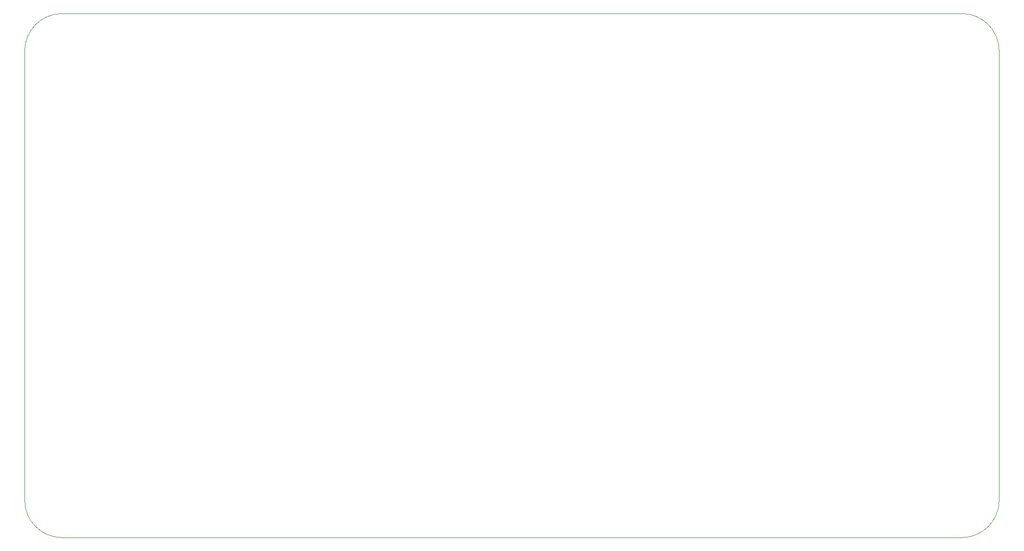
<source format=gbr>
%TF.GenerationSoftware,KiCad,Pcbnew,7.0.5*%
%TF.CreationDate,2023-09-16T15:17:10-07:00*%
%TF.ProjectId,TeensyIrrigation,5465656e-7379-4497-9272-69676174696f,rev?*%
%TF.SameCoordinates,Original*%
%TF.FileFunction,Profile,NP*%
%FSLAX46Y46*%
G04 Gerber Fmt 4.6, Leading zero omitted, Abs format (unit mm)*
G04 Created by KiCad (PCBNEW 7.0.5) date 2023-09-16 15:17:10*
%MOMM*%
%LPD*%
G01*
G04 APERTURE LIST*
%TA.AperFunction,Profile*%
%ADD10C,0.100000*%
%TD*%
G04 APERTURE END LIST*
D10*
X234950000Y-57150000D02*
X234950000Y-133350000D01*
X76200000Y-50800000D02*
G75*
G03*
X69850000Y-57150000I0J-6350000D01*
G01*
X234950000Y-57150000D02*
G75*
G03*
X228600000Y-50800000I-6350000J0D01*
G01*
X228600000Y-139700000D02*
X76200000Y-139700000D01*
X76200000Y-50800000D02*
X228600000Y-50800000D01*
X228600000Y-139700000D02*
G75*
G03*
X234950000Y-133350000I0J6350000D01*
G01*
X69850000Y-57150000D02*
X69850000Y-133350000D01*
X69850000Y-133350000D02*
G75*
G03*
X76200000Y-139700000I6350000J0D01*
G01*
M02*

</source>
